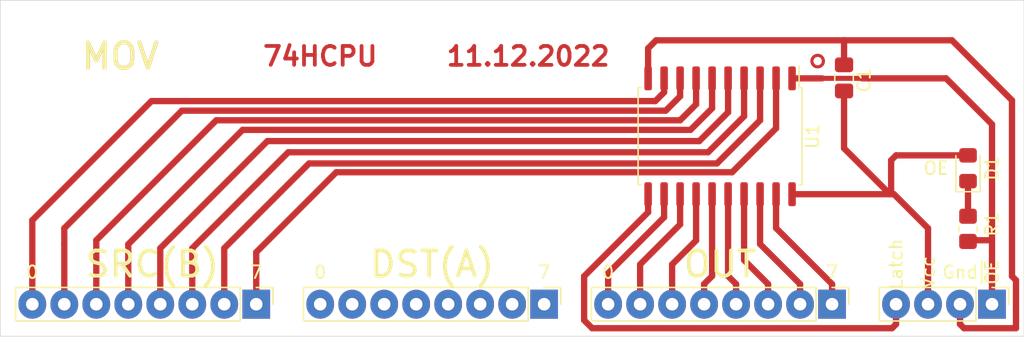
<source format=kicad_pcb>
(kicad_pcb (version 20171130) (host pcbnew "(5.1.8)-1")

  (general
    (thickness 1.6)
    (drawings 23)
    (tracks 106)
    (zones 0)
    (modules 8)
    (nets 30)
  )

  (page A4 portrait)
  (layers
    (0 F.Cu signal)
    (31 B.Cu signal)
    (32 B.Adhes user)
    (33 F.Adhes user)
    (34 B.Paste user)
    (35 F.Paste user)
    (36 B.SilkS user)
    (37 F.SilkS user)
    (38 B.Mask user)
    (39 F.Mask user)
    (40 Dwgs.User user)
    (41 Cmts.User user)
    (42 Eco1.User user)
    (43 Eco2.User user)
    (44 Edge.Cuts user)
    (45 Margin user)
    (46 B.CrtYd user)
    (47 F.CrtYd user)
    (48 B.Fab user)
    (49 F.Fab user)
  )

  (setup
    (last_trace_width 0.4)
    (user_trace_width 0.4)
    (user_trace_width 0.5)
    (user_trace_width 0.6)
    (user_trace_width 0.8)
    (trace_clearance 0.2)
    (zone_clearance 0.508)
    (zone_45_only no)
    (trace_min 0.2)
    (via_size 1.5)
    (via_drill 0.5)
    (via_min_size 0.4)
    (via_min_drill 0.3)
    (user_via 1.6 0.9)
    (uvia_size 0.3)
    (uvia_drill 0.1)
    (uvias_allowed no)
    (uvia_min_size 0.2)
    (uvia_min_drill 0.1)
    (edge_width 0.05)
    (segment_width 0.2)
    (pcb_text_width 0.3)
    (pcb_text_size 1.5 1.5)
    (mod_edge_width 0.12)
    (mod_text_size 1 1)
    (mod_text_width 0.15)
    (pad_size 1.6 1.6)
    (pad_drill 0.8)
    (pad_to_mask_clearance 0)
    (aux_axis_origin 60.96 40.005)
    (visible_elements 7FFFFFFF)
    (pcbplotparams
      (layerselection 0x010f0_ffffffff)
      (usegerberextensions false)
      (usegerberattributes false)
      (usegerberadvancedattributes false)
      (creategerberjobfile false)
      (excludeedgelayer true)
      (linewidth 0.100000)
      (plotframeref false)
      (viasonmask false)
      (mode 1)
      (useauxorigin true)
      (hpglpennumber 1)
      (hpglpenspeed 20)
      (hpglpendiameter 15.000000)
      (psnegative false)
      (psa4output false)
      (plotreference true)
      (plotvalue true)
      (plotinvisibletext false)
      (padsonsilk false)
      (subtractmaskfromsilk false)
      (outputformat 1)
      (mirror false)
      (drillshape 0)
      (scaleselection 1)
      (outputdirectory "gerber/"))
  )

  (net 0 "")
  (net 1 "Net-(J1-Pad7)")
  (net 2 "Net-(J1-Pad6)")
  (net 3 "Net-(J1-Pad5)")
  (net 4 "Net-(J1-Pad4)")
  (net 5 "Net-(J1-Pad3)")
  (net 6 "Net-(J1-Pad2)")
  (net 7 "Net-(J2-Pad7)")
  (net 8 "Net-(J2-Pad6)")
  (net 9 "Net-(J2-Pad5)")
  (net 10 "Net-(J2-Pad4)")
  (net 11 "Net-(J2-Pad3)")
  (net 12 "Net-(J2-Pad2)")
  (net 13 "Net-(J3-Pad7)")
  (net 14 "Net-(J3-Pad6)")
  (net 15 "Net-(J3-Pad5)")
  (net 16 "Net-(J3-Pad4)")
  (net 17 "Net-(J3-Pad3)")
  (net 18 "Net-(J3-Pad2)")
  (net 19 VCC)
  (net 20 GND)
  (net 21 /A0)
  (net 22 /A7)
  (net 23 /B0)
  (net 24 /B7)
  (net 25 /OUT0)
  (net 26 /OUT7)
  (net 27 /Latch)
  (net 28 /~OE)
  (net 29 "Net-(D1-Pad1)")

  (net_class Default "This is the default net class."
    (clearance 0.2)
    (trace_width 0.4)
    (via_dia 1.5)
    (via_drill 0.5)
    (uvia_dia 0.3)
    (uvia_drill 0.1)
    (add_net /A0)
    (add_net /A7)
    (add_net /B0)
    (add_net /B7)
    (add_net /Latch)
    (add_net /OUT0)
    (add_net /OUT7)
    (add_net /~OE)
    (add_net GND)
    (add_net "Net-(D1-Pad1)")
    (add_net "Net-(J1-Pad2)")
    (add_net "Net-(J1-Pad3)")
    (add_net "Net-(J1-Pad4)")
    (add_net "Net-(J1-Pad5)")
    (add_net "Net-(J1-Pad6)")
    (add_net "Net-(J1-Pad7)")
    (add_net "Net-(J2-Pad2)")
    (add_net "Net-(J2-Pad3)")
    (add_net "Net-(J2-Pad4)")
    (add_net "Net-(J2-Pad5)")
    (add_net "Net-(J2-Pad6)")
    (add_net "Net-(J2-Pad7)")
    (add_net "Net-(J3-Pad2)")
    (add_net "Net-(J3-Pad3)")
    (add_net "Net-(J3-Pad4)")
    (add_net "Net-(J3-Pad5)")
    (add_net "Net-(J3-Pad6)")
    (add_net "Net-(J3-Pad7)")
    (add_net VCC)
  )

  (module Connector_PinHeader_2.54mm:PinHeader_1x04_P2.54mm_Vertical (layer F.Cu) (tedit 59FED5CC) (tstamp 5F500AA8)
    (at 139.7 64.135 270)
    (descr "Through hole straight pin header, 1x04, 2.54mm pitch, single row")
    (tags "Through hole pin header THT 1x04 2.54mm single row")
    (path /5F50268E)
    (fp_text reference J4 (at -1.905 -1.905 90) (layer F.SilkS) hide
      (effects (font (size 1 1) (thickness 0.15)))
    )
    (fp_text value Conn_01x04_Male (at 1.905 5.08 180) (layer F.Fab)
      (effects (font (size 1 1) (thickness 0.15)))
    )
    (fp_line (start 1.8 -1.8) (end -1.8 -1.8) (layer F.CrtYd) (width 0.05))
    (fp_line (start 1.8 9.4) (end 1.8 -1.8) (layer F.CrtYd) (width 0.05))
    (fp_line (start -1.8 9.4) (end 1.8 9.4) (layer F.CrtYd) (width 0.05))
    (fp_line (start -1.8 -1.8) (end -1.8 9.4) (layer F.CrtYd) (width 0.05))
    (fp_line (start -1.33 -1.33) (end 0 -1.33) (layer F.SilkS) (width 0.12))
    (fp_line (start -1.33 0) (end -1.33 -1.33) (layer F.SilkS) (width 0.12))
    (fp_line (start -1.33 1.27) (end 1.33 1.27) (layer F.SilkS) (width 0.12))
    (fp_line (start 1.33 1.27) (end 1.33 8.95) (layer F.SilkS) (width 0.12))
    (fp_line (start -1.33 1.27) (end -1.33 8.95) (layer F.SilkS) (width 0.12))
    (fp_line (start -1.33 8.95) (end 1.33 8.95) (layer F.SilkS) (width 0.12))
    (fp_line (start -1.27 -0.635) (end -0.635 -1.27) (layer F.Fab) (width 0.1))
    (fp_line (start -1.27 8.89) (end -1.27 -0.635) (layer F.Fab) (width 0.1))
    (fp_line (start 1.27 8.89) (end -1.27 8.89) (layer F.Fab) (width 0.1))
    (fp_line (start 1.27 -1.27) (end 1.27 8.89) (layer F.Fab) (width 0.1))
    (fp_line (start -0.635 -1.27) (end 1.27 -1.27) (layer F.Fab) (width 0.1))
    (fp_text user %R (at 0 3.81) (layer F.Fab)
      (effects (font (size 1 1) (thickness 0.15)))
    )
    (pad 4 thru_hole oval (at 0 7.62 270) (size 2.3 2.2) (drill 1) (layers *.Cu *.Mask)
      (net 27 /Latch))
    (pad 3 thru_hole oval (at 0 5.08 270) (size 2.3 2.2) (drill 1) (layers *.Cu *.Mask)
      (net 19 VCC))
    (pad 2 thru_hole oval (at 0 2.54 270) (size 2.3 2.2) (drill 1) (layers *.Cu *.Mask)
      (net 20 GND))
    (pad 1 thru_hole rect (at 0 0 270) (size 2.3 2.2) (drill 1) (layers *.Cu *.Mask)
      (net 28 /~OE))
    (model ${KISYS3DMOD}/Connector_PinHeader_2.54mm.3dshapes/PinHeader_1x04_P2.54mm_Vertical.wrl
      (at (xyz 0 0 0))
      (scale (xyz 1 1 1))
      (rotate (xyz 0 0 0))
    )
  )

  (module Connector_PinHeader_2.54mm:PinHeader_1x08_P2.54mm_Vertical (layer F.Cu) (tedit 59FED5CC) (tstamp 5F500A5B)
    (at 127 64.135 270)
    (descr "Through hole straight pin header, 1x08, 2.54mm pitch, single row")
    (tags "Through hole pin header THT 1x08 2.54mm single row")
    (path /5F502016)
    (fp_text reference J3 (at 0 -2.33 90) (layer F.SilkS) hide
      (effects (font (size 1 1) (thickness 0.15)))
    )
    (fp_text value Conn_01x08_Male (at 1.905 8.89 180) (layer F.Fab)
      (effects (font (size 1 1) (thickness 0.15)))
    )
    (fp_line (start 1.8 -1.8) (end -1.8 -1.8) (layer F.CrtYd) (width 0.05))
    (fp_line (start 1.8 19.55) (end 1.8 -1.8) (layer F.CrtYd) (width 0.05))
    (fp_line (start -1.8 19.55) (end 1.8 19.55) (layer F.CrtYd) (width 0.05))
    (fp_line (start -1.8 -1.8) (end -1.8 19.55) (layer F.CrtYd) (width 0.05))
    (fp_line (start -1.33 -1.33) (end 0 -1.33) (layer F.SilkS) (width 0.12))
    (fp_line (start -1.33 0) (end -1.33 -1.33) (layer F.SilkS) (width 0.12))
    (fp_line (start -1.33 1.27) (end 1.33 1.27) (layer F.SilkS) (width 0.12))
    (fp_line (start 1.33 1.27) (end 1.33 19.11) (layer F.SilkS) (width 0.12))
    (fp_line (start -1.33 1.27) (end -1.33 19.11) (layer F.SilkS) (width 0.12))
    (fp_line (start -1.33 19.11) (end 1.33 19.11) (layer F.SilkS) (width 0.12))
    (fp_line (start -1.27 -0.635) (end -0.635 -1.27) (layer F.Fab) (width 0.1))
    (fp_line (start -1.27 19.05) (end -1.27 -0.635) (layer F.Fab) (width 0.1))
    (fp_line (start 1.27 19.05) (end -1.27 19.05) (layer F.Fab) (width 0.1))
    (fp_line (start 1.27 -1.27) (end 1.27 19.05) (layer F.Fab) (width 0.1))
    (fp_line (start -0.635 -1.27) (end 1.27 -1.27) (layer F.Fab) (width 0.1))
    (fp_text user %R (at 0 8.89) (layer F.Fab)
      (effects (font (size 1 1) (thickness 0.15)))
    )
    (pad 8 thru_hole oval (at 0 17.78 270) (size 2.3 2.2) (drill 1) (layers *.Cu *.Mask)
      (net 25 /OUT0))
    (pad 7 thru_hole oval (at 0 15.24 270) (size 2.3 2.2) (drill 1) (layers *.Cu *.Mask)
      (net 13 "Net-(J3-Pad7)"))
    (pad 6 thru_hole oval (at 0 12.7 270) (size 2.3 2.2) (drill 1) (layers *.Cu *.Mask)
      (net 14 "Net-(J3-Pad6)"))
    (pad 5 thru_hole oval (at 0 10.16 270) (size 2.3 2.2) (drill 1) (layers *.Cu *.Mask)
      (net 15 "Net-(J3-Pad5)"))
    (pad 4 thru_hole oval (at 0 7.62 270) (size 2.3 2.2) (drill 1) (layers *.Cu *.Mask)
      (net 16 "Net-(J3-Pad4)"))
    (pad 3 thru_hole oval (at 0 5.08 270) (size 2.3 2.2) (drill 1) (layers *.Cu *.Mask)
      (net 17 "Net-(J3-Pad3)"))
    (pad 2 thru_hole oval (at 0 2.54 270) (size 2.3 2.2) (drill 1) (layers *.Cu *.Mask)
      (net 18 "Net-(J3-Pad2)"))
    (pad 1 thru_hole rect (at 0 0 270) (size 2.3 2.2) (drill 1) (layers *.Cu *.Mask)
      (net 26 /OUT7))
    (model ${KISYS3DMOD}/Connector_PinHeader_2.54mm.3dshapes/PinHeader_1x08_P2.54mm_Vertical.wrl
      (at (xyz 0 0 0))
      (scale (xyz 1 1 1))
      (rotate (xyz 0 0 0))
    )
  )

  (module Connector_PinHeader_2.54mm:PinHeader_1x08_P2.54mm_Vertical (layer F.Cu) (tedit 59FED5CC) (tstamp 5F5009DA)
    (at 104.14 64.135 270)
    (descr "Through hole straight pin header, 1x08, 2.54mm pitch, single row")
    (tags "Through hole pin header THT 1x08 2.54mm single row")
    (path /5F5016B1)
    (fp_text reference J2 (at 0 -2.33 90) (layer F.SilkS) hide
      (effects (font (size 1 1) (thickness 0.15)))
    )
    (fp_text value Conn_01x08_Male (at 1.905 8.89 180) (layer F.Fab)
      (effects (font (size 1 1) (thickness 0.15)))
    )
    (fp_line (start 1.8 -1.8) (end -1.8 -1.8) (layer F.CrtYd) (width 0.05))
    (fp_line (start 1.8 19.55) (end 1.8 -1.8) (layer F.CrtYd) (width 0.05))
    (fp_line (start -1.8 19.55) (end 1.8 19.55) (layer F.CrtYd) (width 0.05))
    (fp_line (start -1.8 -1.8) (end -1.8 19.55) (layer F.CrtYd) (width 0.05))
    (fp_line (start -1.33 -1.33) (end 0 -1.33) (layer F.SilkS) (width 0.12))
    (fp_line (start -1.33 0) (end -1.33 -1.33) (layer F.SilkS) (width 0.12))
    (fp_line (start -1.33 1.27) (end 1.33 1.27) (layer F.SilkS) (width 0.12))
    (fp_line (start 1.33 1.27) (end 1.33 19.11) (layer F.SilkS) (width 0.12))
    (fp_line (start -1.33 1.27) (end -1.33 19.11) (layer F.SilkS) (width 0.12))
    (fp_line (start -1.33 19.11) (end 1.33 19.11) (layer F.SilkS) (width 0.12))
    (fp_line (start -1.27 -0.635) (end -0.635 -1.27) (layer F.Fab) (width 0.1))
    (fp_line (start -1.27 19.05) (end -1.27 -0.635) (layer F.Fab) (width 0.1))
    (fp_line (start 1.27 19.05) (end -1.27 19.05) (layer F.Fab) (width 0.1))
    (fp_line (start 1.27 -1.27) (end 1.27 19.05) (layer F.Fab) (width 0.1))
    (fp_line (start -0.635 -1.27) (end 1.27 -1.27) (layer F.Fab) (width 0.1))
    (fp_text user %R (at 0 8.89) (layer F.Fab)
      (effects (font (size 1 1) (thickness 0.15)))
    )
    (pad 8 thru_hole oval (at 0 17.78 270) (size 2.3 2.2) (drill 1) (layers *.Cu *.Mask)
      (net 21 /A0))
    (pad 7 thru_hole oval (at 0 15.24 270) (size 2.3 2.2) (drill 1) (layers *.Cu *.Mask)
      (net 7 "Net-(J2-Pad7)"))
    (pad 6 thru_hole oval (at 0 12.7 270) (size 2.3 2.2) (drill 1) (layers *.Cu *.Mask)
      (net 8 "Net-(J2-Pad6)"))
    (pad 5 thru_hole oval (at 0 10.16 270) (size 2.3 2.2) (drill 1) (layers *.Cu *.Mask)
      (net 9 "Net-(J2-Pad5)"))
    (pad 4 thru_hole oval (at 0 7.62 270) (size 2.3 2.2) (drill 1) (layers *.Cu *.Mask)
      (net 10 "Net-(J2-Pad4)"))
    (pad 3 thru_hole oval (at 0 5.08 270) (size 2.3 2.2) (drill 1) (layers *.Cu *.Mask)
      (net 11 "Net-(J2-Pad3)"))
    (pad 2 thru_hole oval (at 0 2.54 270) (size 2.3 2.2) (drill 1) (layers *.Cu *.Mask)
      (net 12 "Net-(J2-Pad2)"))
    (pad 1 thru_hole rect (at 0 0 270) (size 2.3 2.2) (drill 1) (layers *.Cu *.Mask)
      (net 22 /A7))
    (model ${KISYS3DMOD}/Connector_PinHeader_2.54mm.3dshapes/PinHeader_1x08_P2.54mm_Vertical.wrl
      (at (xyz 0 0 0))
      (scale (xyz 1 1 1))
      (rotate (xyz 0 0 0))
    )
  )

  (module Connector_PinHeader_2.54mm:PinHeader_1x08_P2.54mm_Vertical (layer F.Cu) (tedit 59FED5CC) (tstamp 5F500959)
    (at 81.28 64.135 270)
    (descr "Through hole straight pin header, 1x08, 2.54mm pitch, single row")
    (tags "Through hole pin header THT 1x08 2.54mm single row")
    (path /5F5004CF)
    (fp_text reference J1 (at 0 -2.33 90) (layer F.SilkS) hide
      (effects (font (size 1 1) (thickness 0.15)))
    )
    (fp_text value Conn_01x08_Male (at 1.905 8.89 180) (layer F.Fab)
      (effects (font (size 1 1) (thickness 0.15)))
    )
    (fp_line (start 1.8 -1.8) (end -1.8 -1.8) (layer F.CrtYd) (width 0.05))
    (fp_line (start 1.8 19.55) (end 1.8 -1.8) (layer F.CrtYd) (width 0.05))
    (fp_line (start -1.8 19.55) (end 1.8 19.55) (layer F.CrtYd) (width 0.05))
    (fp_line (start -1.8 -1.8) (end -1.8 19.55) (layer F.CrtYd) (width 0.05))
    (fp_line (start -1.33 -1.33) (end 0 -1.33) (layer F.SilkS) (width 0.12))
    (fp_line (start -1.33 0) (end -1.33 -1.33) (layer F.SilkS) (width 0.12))
    (fp_line (start -1.33 1.27) (end 1.33 1.27) (layer F.SilkS) (width 0.12))
    (fp_line (start 1.33 1.27) (end 1.33 19.11) (layer F.SilkS) (width 0.12))
    (fp_line (start -1.33 1.27) (end -1.33 19.11) (layer F.SilkS) (width 0.12))
    (fp_line (start -1.33 19.11) (end 1.33 19.11) (layer F.SilkS) (width 0.12))
    (fp_line (start -1.27 -0.635) (end -0.635 -1.27) (layer F.Fab) (width 0.1))
    (fp_line (start -1.27 19.05) (end -1.27 -0.635) (layer F.Fab) (width 0.1))
    (fp_line (start 1.27 19.05) (end -1.27 19.05) (layer F.Fab) (width 0.1))
    (fp_line (start 1.27 -1.27) (end 1.27 19.05) (layer F.Fab) (width 0.1))
    (fp_line (start -0.635 -1.27) (end 1.27 -1.27) (layer F.Fab) (width 0.1))
    (fp_text user %R (at 0 8.89) (layer F.Fab)
      (effects (font (size 1 1) (thickness 0.15)))
    )
    (pad 8 thru_hole oval (at 0 17.78 270) (size 2.3 2.2) (drill 1) (layers *.Cu *.Mask)
      (net 23 /B0))
    (pad 7 thru_hole oval (at 0 15.24 270) (size 2.3 2.2) (drill 1) (layers *.Cu *.Mask)
      (net 1 "Net-(J1-Pad7)"))
    (pad 6 thru_hole oval (at 0 12.7 270) (size 2.3 2.2) (drill 1) (layers *.Cu *.Mask)
      (net 2 "Net-(J1-Pad6)"))
    (pad 5 thru_hole oval (at 0 10.16 270) (size 2.3 2.2) (drill 1) (layers *.Cu *.Mask)
      (net 3 "Net-(J1-Pad5)"))
    (pad 4 thru_hole oval (at 0 7.62 270) (size 2.3 2.2) (drill 1) (layers *.Cu *.Mask)
      (net 4 "Net-(J1-Pad4)"))
    (pad 3 thru_hole oval (at 0 5.08 270) (size 2.3 2.2) (drill 1) (layers *.Cu *.Mask)
      (net 5 "Net-(J1-Pad3)"))
    (pad 2 thru_hole oval (at 0 2.54 270) (size 2.3 2.2) (drill 1) (layers *.Cu *.Mask)
      (net 6 "Net-(J1-Pad2)"))
    (pad 1 thru_hole rect (at 0 0 270) (size 2.3 2.2) (drill 1) (layers *.Cu *.Mask)
      (net 24 /B7))
    (model ${KISYS3DMOD}/Connector_PinHeader_2.54mm.3dshapes/PinHeader_1x08_P2.54mm_Vertical.wrl
      (at (xyz 0 0 0))
      (scale (xyz 1 1 1))
      (rotate (xyz 0 0 0))
    )
  )

  (module Package_SO:SOP-20_7.5x12.8mm_P1.27mm (layer F.Cu) (tedit 5F4D0A3D) (tstamp 62BBAC33)
    (at 118.11 50.8 270)
    (descr "SOP, 20 Pin (https://www.holtek.com/documents/10179/116723/sop20-300.pdf), generated with kicad-footprint-generator ipc_gullwing_generator.py")
    (tags "SOP SO")
    (path /5F510F59)
    (attr smd)
    (fp_text reference U1 (at 0 -7.35 90) (layer F.SilkS)
      (effects (font (size 1 1) (thickness 0.15)))
    )
    (fp_text value 74LS573 (at 0 7.35 90) (layer F.Fab)
      (effects (font (size 1 1) (thickness 0.15)))
    )
    (fp_line (start 0 6.51) (end 3.86 6.51) (layer F.SilkS) (width 0.12))
    (fp_line (start 3.86 6.51) (end 3.86 6.275) (layer F.SilkS) (width 0.12))
    (fp_line (start 0 6.51) (end -3.86 6.51) (layer F.SilkS) (width 0.12))
    (fp_line (start -3.86 6.51) (end -3.86 6.275) (layer F.SilkS) (width 0.12))
    (fp_line (start 0 -6.51) (end 3.86 -6.51) (layer F.SilkS) (width 0.12))
    (fp_line (start 3.86 -6.51) (end 3.86 -6.275) (layer F.SilkS) (width 0.12))
    (fp_line (start 0 -6.51) (end -3.86 -6.51) (layer F.SilkS) (width 0.12))
    (fp_line (start -3.86 -6.51) (end -3.86 -6.275) (layer F.SilkS) (width 0.12))
    (fp_line (start -3.86 -6.275) (end -5.55 -6.275) (layer F.SilkS) (width 0.12))
    (fp_line (start -2.75 -6.4) (end 3.75 -6.4) (layer F.Fab) (width 0.1))
    (fp_line (start 3.75 -6.4) (end 3.75 6.4) (layer F.Fab) (width 0.1))
    (fp_line (start 3.75 6.4) (end -3.75 6.4) (layer F.Fab) (width 0.1))
    (fp_line (start -3.75 6.4) (end -3.75 -5.4) (layer F.Fab) (width 0.1))
    (fp_line (start -3.75 -5.4) (end -2.75 -6.4) (layer F.Fab) (width 0.1))
    (fp_line (start -5.8 -6.65) (end -5.8 6.65) (layer F.CrtYd) (width 0.05))
    (fp_line (start -5.8 6.65) (end 5.8 6.65) (layer F.CrtYd) (width 0.05))
    (fp_line (start 5.8 6.65) (end 5.8 -6.65) (layer F.CrtYd) (width 0.05))
    (fp_line (start 5.8 -6.65) (end -5.8 -6.65) (layer F.CrtYd) (width 0.05))
    (fp_text user %R (at 0 0 90) (layer F.Fab)
      (effects (font (size 1 1) (thickness 0.15)))
    )
    (pad 1 smd roundrect (at -4.6 -5.715 270) (size 1.9 0.6) (layers F.Cu F.Paste F.Mask) (roundrect_rratio 0.25)
      (net 28 /~OE))
    (pad 2 smd roundrect (at -4.6 -4.445 270) (size 1.9 0.6) (layers F.Cu F.Paste F.Mask) (roundrect_rratio 0.25)
      (net 24 /B7))
    (pad 3 smd roundrect (at -4.6 -3.175 270) (size 1.9 0.6) (layers F.Cu F.Paste F.Mask) (roundrect_rratio 0.25)
      (net 6 "Net-(J1-Pad2)"))
    (pad 4 smd roundrect (at -4.6 -1.905 270) (size 1.9 0.6) (layers F.Cu F.Paste F.Mask) (roundrect_rratio 0.25)
      (net 5 "Net-(J1-Pad3)"))
    (pad 5 smd roundrect (at -4.6 -0.635 270) (size 1.9 0.6) (layers F.Cu F.Paste F.Mask) (roundrect_rratio 0.25)
      (net 4 "Net-(J1-Pad4)"))
    (pad 6 smd roundrect (at -4.6 0.635 270) (size 1.9 0.6) (layers F.Cu F.Paste F.Mask) (roundrect_rratio 0.25)
      (net 3 "Net-(J1-Pad5)"))
    (pad 7 smd roundrect (at -4.6 1.905 270) (size 1.9 0.6) (layers F.Cu F.Paste F.Mask) (roundrect_rratio 0.25)
      (net 2 "Net-(J1-Pad6)"))
    (pad 8 smd roundrect (at -4.6 3.175 270) (size 1.9 0.6) (layers F.Cu F.Paste F.Mask) (roundrect_rratio 0.25)
      (net 1 "Net-(J1-Pad7)"))
    (pad 9 smd roundrect (at -4.6 4.445 270) (size 1.9 0.6) (layers F.Cu F.Paste F.Mask) (roundrect_rratio 0.25)
      (net 23 /B0))
    (pad 10 smd roundrect (at -4.6 5.715 270) (size 1.9 0.6) (layers F.Cu F.Paste F.Mask) (roundrect_rratio 0.25)
      (net 20 GND))
    (pad 11 smd roundrect (at 4.6 5.715 270) (size 1.9 0.6) (layers F.Cu F.Paste F.Mask) (roundrect_rratio 0.25)
      (net 27 /Latch))
    (pad 12 smd roundrect (at 4.6 4.445 270) (size 1.9 0.6) (layers F.Cu F.Paste F.Mask) (roundrect_rratio 0.25)
      (net 25 /OUT0))
    (pad 13 smd roundrect (at 4.6 3.175 270) (size 1.9 0.6) (layers F.Cu F.Paste F.Mask) (roundrect_rratio 0.25)
      (net 13 "Net-(J3-Pad7)"))
    (pad 14 smd roundrect (at 4.6 1.905 270) (size 1.9 0.6) (layers F.Cu F.Paste F.Mask) (roundrect_rratio 0.25)
      (net 14 "Net-(J3-Pad6)"))
    (pad 15 smd roundrect (at 4.6 0.635 270) (size 1.9 0.6) (layers F.Cu F.Paste F.Mask) (roundrect_rratio 0.25)
      (net 15 "Net-(J3-Pad5)"))
    (pad 16 smd roundrect (at 4.6 -0.635 270) (size 1.9 0.6) (layers F.Cu F.Paste F.Mask) (roundrect_rratio 0.25)
      (net 16 "Net-(J3-Pad4)"))
    (pad 17 smd roundrect (at 4.6 -1.905 270) (size 1.9 0.6) (layers F.Cu F.Paste F.Mask) (roundrect_rratio 0.25)
      (net 17 "Net-(J3-Pad3)"))
    (pad 18 smd roundrect (at 4.6 -3.175 270) (size 1.9 0.6) (layers F.Cu F.Paste F.Mask) (roundrect_rratio 0.25)
      (net 18 "Net-(J3-Pad2)"))
    (pad 19 smd roundrect (at 4.6 -4.445 270) (size 1.9 0.6) (layers F.Cu F.Paste F.Mask) (roundrect_rratio 0.25)
      (net 26 /OUT7))
    (pad 20 smd roundrect (at 4.6 -5.715 270) (size 1.9 0.6) (layers F.Cu F.Paste F.Mask) (roundrect_rratio 0.25)
      (net 19 VCC))
    (model ${KISYS3DMOD}/Package_SO.3dshapes/SOP-20_7.5x12.8mm_P1.27mm.wrl
      (at (xyz 0 0 0))
      (scale (xyz 1 1 1))
      (rotate (xyz 0 0 0))
    )
  )

  (module Capacitor_SMD:C_0805_2012Metric_Pad1.18x1.45mm_HandSolder (layer F.Cu) (tedit 5F68FEEF) (tstamp 62BBDD98)
    (at 127.9525 46.1645 90)
    (descr "Capacitor SMD 0805 (2012 Metric), square (rectangular) end terminal, IPC_7351 nominal with elongated pad for handsoldering. (Body size source: IPC-SM-782 page 76, https://www.pcb-3d.com/wordpress/wp-content/uploads/ipc-sm-782a_amendment_1_and_2.pdf, https://docs.google.com/spreadsheets/d/1BsfQQcO9C6DZCsRaXUlFlo91Tg2WpOkGARC1WS5S8t0/edit?usp=sharing), generated with kicad-footprint-generator")
    (tags "capacitor handsolder")
    (path /5F50C05B)
    (attr smd)
    (fp_text reference C1 (at -0.1905 1.5875 90) (layer F.SilkS)
      (effects (font (size 1 1) (thickness 0.15)))
    )
    (fp_text value 0.1uF (at 0 1.68 90) (layer F.Fab)
      (effects (font (size 1 1) (thickness 0.15)))
    )
    (fp_line (start 1.88 0.98) (end -1.88 0.98) (layer F.CrtYd) (width 0.05))
    (fp_line (start 1.88 -0.98) (end 1.88 0.98) (layer F.CrtYd) (width 0.05))
    (fp_line (start -1.88 -0.98) (end 1.88 -0.98) (layer F.CrtYd) (width 0.05))
    (fp_line (start -1.88 0.98) (end -1.88 -0.98) (layer F.CrtYd) (width 0.05))
    (fp_line (start -0.261252 0.735) (end 0.261252 0.735) (layer F.SilkS) (width 0.12))
    (fp_line (start -0.261252 -0.735) (end 0.261252 -0.735) (layer F.SilkS) (width 0.12))
    (fp_line (start 1 0.625) (end -1 0.625) (layer F.Fab) (width 0.1))
    (fp_line (start 1 -0.625) (end 1 0.625) (layer F.Fab) (width 0.1))
    (fp_line (start -1 -0.625) (end 1 -0.625) (layer F.Fab) (width 0.1))
    (fp_line (start -1 0.625) (end -1 -0.625) (layer F.Fab) (width 0.1))
    (fp_text user %R (at 0 0 90) (layer F.Fab)
      (effects (font (size 0.5 0.5) (thickness 0.08)))
    )
    (pad 1 smd roundrect (at -1.0375 0 90) (size 1.175 1.45) (layers F.Cu F.Paste F.Mask) (roundrect_rratio 0.2127659574468085)
      (net 19 VCC))
    (pad 2 smd roundrect (at 1.0375 0 90) (size 1.175 1.45) (layers F.Cu F.Paste F.Mask) (roundrect_rratio 0.2127659574468085)
      (net 20 GND))
    (model ${KISYS3DMOD}/Capacitor_SMD.3dshapes/C_0805_2012Metric.wrl
      (at (xyz 0 0 0))
      (scale (xyz 1 1 1))
      (rotate (xyz 0 0 0))
    )
  )

  (module LED_SMD:LED_0805_2012Metric_Pad1.15x1.40mm_HandSolder (layer F.Cu) (tedit 5F68FEF1) (tstamp 6342C3B5)
    (at 137.795 53.34 90)
    (descr "LED SMD 0805 (2012 Metric), square (rectangular) end terminal, IPC_7351 nominal, (Body size source: https://docs.google.com/spreadsheets/d/1BsfQQcO9C6DZCsRaXUlFlo91Tg2WpOkGARC1WS5S8t0/edit?usp=sharing), generated with kicad-footprint-generator")
    (tags "LED handsolder")
    (path /63459271)
    (attr smd)
    (fp_text reference D1 (at 0 1.905 90) (layer F.SilkS)
      (effects (font (size 1 1) (thickness 0.15)))
    )
    (fp_text value LED (at 0 1.65 90) (layer F.Fab)
      (effects (font (size 1 1) (thickness 0.15)))
    )
    (fp_line (start 1.85 0.95) (end -1.85 0.95) (layer F.CrtYd) (width 0.05))
    (fp_line (start 1.85 -0.95) (end 1.85 0.95) (layer F.CrtYd) (width 0.05))
    (fp_line (start -1.85 -0.95) (end 1.85 -0.95) (layer F.CrtYd) (width 0.05))
    (fp_line (start -1.85 0.95) (end -1.85 -0.95) (layer F.CrtYd) (width 0.05))
    (fp_line (start -1.86 0.96) (end 1 0.96) (layer F.SilkS) (width 0.12))
    (fp_line (start -1.86 -0.96) (end -1.86 0.96) (layer F.SilkS) (width 0.12))
    (fp_line (start 1 -0.96) (end -1.86 -0.96) (layer F.SilkS) (width 0.12))
    (fp_line (start 1 0.6) (end 1 -0.6) (layer F.Fab) (width 0.1))
    (fp_line (start -1 0.6) (end 1 0.6) (layer F.Fab) (width 0.1))
    (fp_line (start -1 -0.3) (end -1 0.6) (layer F.Fab) (width 0.1))
    (fp_line (start -0.7 -0.6) (end -1 -0.3) (layer F.Fab) (width 0.1))
    (fp_line (start 1 -0.6) (end -0.7 -0.6) (layer F.Fab) (width 0.1))
    (fp_text user %R (at 0 0 90) (layer F.Fab)
      (effects (font (size 0.5 0.5) (thickness 0.08)))
    )
    (pad 1 smd roundrect (at -1.025 0 90) (size 1.15 1.4) (layers F.Cu F.Paste F.Mask) (roundrect_rratio 0.2173904347826087)
      (net 29 "Net-(D1-Pad1)"))
    (pad 2 smd roundrect (at 1.025 0 90) (size 1.15 1.4) (layers F.Cu F.Paste F.Mask) (roundrect_rratio 0.2173904347826087)
      (net 19 VCC))
    (model ${KISYS3DMOD}/LED_SMD.3dshapes/LED_0805_2012Metric.wrl
      (at (xyz 0 0 0))
      (scale (xyz 1 1 1))
      (rotate (xyz 0 0 0))
    )
  )

  (module Resistor_SMD:R_0805_2012Metric_Pad1.20x1.40mm_HandSolder (layer F.Cu) (tedit 5F68FEEE) (tstamp 6342C3C6)
    (at 137.795 58.15 270)
    (descr "Resistor SMD 0805 (2012 Metric), square (rectangular) end terminal, IPC_7351 nominal with elongated pad for handsoldering. (Body size source: IPC-SM-782 page 72, https://www.pcb-3d.com/wordpress/wp-content/uploads/ipc-sm-782a_amendment_1_and_2.pdf), generated with kicad-footprint-generator")
    (tags "resistor handsolder")
    (path /63459C8B)
    (attr smd)
    (fp_text reference R1 (at -0.365 -1.905 90) (layer F.SilkS)
      (effects (font (size 1 1) (thickness 0.15)))
    )
    (fp_text value 1k (at 0 1.65 90) (layer F.Fab)
      (effects (font (size 1 1) (thickness 0.15)))
    )
    (fp_line (start 1.85 0.95) (end -1.85 0.95) (layer F.CrtYd) (width 0.05))
    (fp_line (start 1.85 -0.95) (end 1.85 0.95) (layer F.CrtYd) (width 0.05))
    (fp_line (start -1.85 -0.95) (end 1.85 -0.95) (layer F.CrtYd) (width 0.05))
    (fp_line (start -1.85 0.95) (end -1.85 -0.95) (layer F.CrtYd) (width 0.05))
    (fp_line (start -0.227064 0.735) (end 0.227064 0.735) (layer F.SilkS) (width 0.12))
    (fp_line (start -0.227064 -0.735) (end 0.227064 -0.735) (layer F.SilkS) (width 0.12))
    (fp_line (start 1 0.625) (end -1 0.625) (layer F.Fab) (width 0.1))
    (fp_line (start 1 -0.625) (end 1 0.625) (layer F.Fab) (width 0.1))
    (fp_line (start -1 -0.625) (end 1 -0.625) (layer F.Fab) (width 0.1))
    (fp_line (start -1 0.625) (end -1 -0.625) (layer F.Fab) (width 0.1))
    (fp_text user %R (at 0 0 90) (layer F.Fab)
      (effects (font (size 0.5 0.5) (thickness 0.08)))
    )
    (pad 1 smd roundrect (at -1 0 270) (size 1.2 1.4) (layers F.Cu F.Paste F.Mask) (roundrect_rratio 0.2083325)
      (net 29 "Net-(D1-Pad1)"))
    (pad 2 smd roundrect (at 1 0 270) (size 1.2 1.4) (layers F.Cu F.Paste F.Mask) (roundrect_rratio 0.2083325)
      (net 28 /~OE))
    (model ${KISYS3DMOD}/Resistor_SMD.3dshapes/R_0805_2012Metric.wrl
      (at (xyz 0 0 0))
      (scale (xyz 1 1 1))
      (rotate (xyz 0 0 0))
    )
  )

  (gr_text MOV (at 70.485 44.45) (layer F.SilkS) (tstamp 639A3289)
    (effects (font (size 2 2) (thickness 0.3)))
  )
  (gr_text MOV (at 70.485 44.45) (layer F.Cu)
    (effects (font (size 2 2) (thickness 0.3)))
  )
  (gr_text OE (at 135.255 53.34) (layer F.SilkS)
    (effects (font (size 1 1) (thickness 0.15)))
  )
  (gr_text Gnd (at 137.16 61.595) (layer F.SilkS)
    (effects (font (size 1 1) (thickness 0.15)))
  )
  (gr_text Vcc (at 134.62 61.595 90) (layer F.SilkS)
    (effects (font (size 1 1) (thickness 0.15)))
  )
  (gr_text ~OE (at 139.7 61.595 90) (layer F.SilkS)
    (effects (font (size 1 1) (thickness 0.15)))
  )
  (gr_text Latch (at 132.08 60.96 90) (layer F.SilkS)
    (effects (font (size 1 1) (thickness 0.15)))
  )
  (gr_text 7 (at 127 61.595) (layer F.SilkS)
    (effects (font (size 1 1) (thickness 0.15)))
  )
  (gr_text 0 (at 109.22 61.595) (layer F.SilkS)
    (effects (font (size 1 1) (thickness 0.15)))
  )
  (gr_text 7 (at 104.14 61.595) (layer F.SilkS)
    (effects (font (size 1 1) (thickness 0.15)))
  )
  (gr_text 0 (at 86.36 61.595) (layer F.SilkS)
    (effects (font (size 1 1) (thickness 0.15)))
  )
  (gr_text 7 (at 81.28 61.595) (layer F.SilkS)
    (effects (font (size 1 1) (thickness 0.15)))
  )
  (gr_text 0 (at 63.5 61.595) (layer F.SilkS)
    (effects (font (size 1 1) (thickness 0.15)))
  )
  (gr_text OUT (at 118.11 60.96) (layer F.SilkS) (tstamp 6342D1BC)
    (effects (font (size 2 2) (thickness 0.3)))
  )
  (gr_text "SRC(B)" (at 73.025 60.96) (layer F.SilkS) (tstamp 6342D1BC)
    (effects (font (size 2 2) (thickness 0.3)))
  )
  (gr_text "DST(A)" (at 95.25 60.96) (layer F.SilkS)
    (effects (font (size 2 2) (thickness 0.3)))
  )
  (gr_text 11.12.2022 (at 102.87 44.45) (layer F.Cu)
    (effects (font (size 1.5 1.5) (thickness 0.3)))
  )
  (gr_text 74HCPU (at 86.36 44.45) (layer F.Cu)
    (effects (font (size 1.5 1.5) (thickness 0.3)))
  )
  (gr_circle (center 125.857 44.831) (end 126.314905 44.831) (layer F.Cu) (width 0.25))
  (gr_line (start 60.96 40.005) (end 60.96 66.675) (layer Edge.Cuts) (width 0.05) (tstamp 5F5024F4))
  (gr_line (start 142.24 40.005) (end 60.96 40.005) (layer Edge.Cuts) (width 0.05))
  (gr_line (start 142.24 66.675) (end 142.24 40.005) (layer Edge.Cuts) (width 0.05))
  (gr_line (start 60.96 66.675) (end 142.24 66.675) (layer Edge.Cuts) (width 0.05))

  (segment (start 66.04 59.3725) (end 66.04 64.135) (width 0.5) (layer F.Cu) (net 1))
  (segment (start 66.04 58.1025) (end 66.04 59.3725) (width 0.5) (layer F.Cu) (net 1))
  (segment (start 75.3745 48.768) (end 66.04 58.1025) (width 0.5) (layer F.Cu) (net 1))
  (segment (start 113.792 48.768) (end 75.3745 48.768) (width 0.5) (layer F.Cu) (net 1))
  (segment (start 114.935 47.625) (end 113.792 48.768) (width 0.5) (layer F.Cu) (net 1))
  (segment (start 114.935 46.2) (end 114.935 47.625) (width 0.5) (layer F.Cu) (net 1))
  (segment (start 68.58 59.055) (end 68.58 64.135) (width 0.5) (layer F.Cu) (net 2))
  (segment (start 78.105 49.53) (end 68.58 59.055) (width 0.5) (layer F.Cu) (net 2))
  (segment (start 114.935 49.53) (end 78.105 49.53) (width 0.5) (layer F.Cu) (net 2))
  (segment (start 116.205 48.26) (end 114.935 49.53) (width 0.5) (layer F.Cu) (net 2))
  (segment (start 116.205 46.2) (end 116.205 48.26) (width 0.5) (layer F.Cu) (net 2))
  (segment (start 117.475 48.5775) (end 117.475 46.2) (width 0.5) (layer F.Cu) (net 3))
  (segment (start 80.2005 50.292) (end 115.7605 50.292) (width 0.5) (layer F.Cu) (net 3))
  (segment (start 71.12 59.3725) (end 80.2005 50.292) (width 0.5) (layer F.Cu) (net 3))
  (segment (start 115.7605 50.292) (end 117.475 48.5775) (width 0.5) (layer F.Cu) (net 3))
  (segment (start 71.12 64.135) (end 71.12 59.3725) (width 0.5) (layer F.Cu) (net 3))
  (segment (start 73.66 59.69) (end 73.66 64.135) (width 0.5) (layer F.Cu) (net 4))
  (segment (start 82.169 51.181) (end 73.66 59.69) (width 0.5) (layer F.Cu) (net 4))
  (segment (start 116.459 51.181) (end 82.169 51.181) (width 0.5) (layer F.Cu) (net 4))
  (segment (start 118.745 48.895) (end 116.459 51.181) (width 0.5) (layer F.Cu) (net 4))
  (segment (start 118.745 46.2) (end 118.745 48.895) (width 0.5) (layer F.Cu) (net 4))
  (segment (start 76.2 59.69) (end 76.2 64.135) (width 0.5) (layer F.Cu) (net 5))
  (segment (start 83.82 52.07) (end 76.2 59.69) (width 0.5) (layer F.Cu) (net 5))
  (segment (start 117.1575 52.07) (end 83.82 52.07) (width 0.5) (layer F.Cu) (net 5))
  (segment (start 120.015 49.2125) (end 117.1575 52.07) (width 0.5) (layer F.Cu) (net 5))
  (segment (start 120.015 46.2) (end 120.015 49.2125) (width 0.5) (layer F.Cu) (net 5))
  (segment (start 121.285 46.2) (end 121.285 45.6417) (width 0.5) (layer F.Cu) (net 6) (status 30))
  (segment (start 78.74 59.69) (end 78.74 64.135) (width 0.5) (layer F.Cu) (net 6))
  (segment (start 85.47251 52.95749) (end 78.74 59.69) (width 0.5) (layer F.Cu) (net 6))
  (segment (start 117.85751 52.95749) (end 85.47251 52.95749) (width 0.5) (layer F.Cu) (net 6))
  (segment (start 121.285 49.53) (end 117.85751 52.95749) (width 0.5) (layer F.Cu) (net 6))
  (segment (start 121.285 46.2) (end 121.285 49.53) (width 0.5) (layer F.Cu) (net 6))
  (segment (start 114.935 55.4) (end 114.935 57.8024) (width 0.5) (layer F.Cu) (net 13) (status 10))
  (segment (start 114.935 57.8024) (end 111.76 60.9774) (width 0.5) (layer F.Cu) (net 13))
  (segment (start 111.76 60.9774) (end 111.76 64.135) (width 0.5) (layer F.Cu) (net 13) (status 20))
  (segment (start 116.205 55.4) (end 116.205 59.0724) (width 0.5) (layer F.Cu) (net 14) (status 10))
  (segment (start 116.205 59.0724) (end 114.3 60.9774) (width 0.5) (layer F.Cu) (net 14))
  (segment (start 114.3 60.9774) (end 114.3 64.135) (width 0.5) (layer F.Cu) (net 14) (status 20))
  (segment (start 116.84 64.135) (end 116.84 62.535) (width 0.5) (layer F.Cu) (net 15) (status 10))
  (segment (start 117.475 55.4) (end 117.475 61.9) (width 0.5) (layer F.Cu) (net 15) (status 10))
  (segment (start 117.475 61.9) (end 116.84 62.535) (width 0.5) (layer F.Cu) (net 15))
  (segment (start 119.38 64.135) (end 119.38 62.535) (width 0.5) (layer F.Cu) (net 16) (status 10))
  (segment (start 118.745 55.4) (end 118.745 61.9) (width 0.5) (layer F.Cu) (net 16) (status 10))
  (segment (start 118.745 61.9) (end 119.38 62.535) (width 0.5) (layer F.Cu) (net 16))
  (segment (start 121.92 64.135) (end 121.92 62.535) (width 0.5) (layer F.Cu) (net 17) (status 10))
  (segment (start 120.015 55.4) (end 120.015 60.63) (width 0.5) (layer F.Cu) (net 17) (status 10))
  (segment (start 120.015 60.63) (end 121.92 62.535) (width 0.5) (layer F.Cu) (net 17))
  (segment (start 124.46 64.135) (end 124.46 62.535) (width 0.5) (layer F.Cu) (net 18) (status 10))
  (segment (start 121.285 55.4) (end 121.285 59.36) (width 0.5) (layer F.Cu) (net 18) (status 10))
  (segment (start 121.285 59.36) (end 124.46 62.535) (width 0.5) (layer F.Cu) (net 18))
  (segment (start 134.62 59.69) (end 134.62 64.135) (width 0.5) (layer F.Cu) (net 19) (status 20))
  (segment (start 134.62 58.1025) (end 134.62 59.69) (width 0.5) (layer F.Cu) (net 19) (status 10))
  (segment (start 131.9175 55.4) (end 134.62 58.1025) (width 0.5) (layer F.Cu) (net 19) (status 20))
  (segment (start 131.6 55.4) (end 131.9175 55.4) (width 0.5) (layer F.Cu) (net 19))
  (segment (start 123.825 55.4) (end 131.6 55.4) (width 0.5) (layer F.Cu) (net 19) (status 10))
  (segment (start 131.69 55.31) (end 131.6 55.4) (width 0.5) (layer F.Cu) (net 19))
  (segment (start 131.69 52.705) (end 131.69 55.31) (width 0.5) (layer F.Cu) (net 19) (status 10))
  (segment (start 127.9525 47.202) (end 127.9525 51.7525) (width 0.5) (layer F.Cu) (net 19))
  (segment (start 127.9525 51.7525) (end 131.445 55.245) (width 0.5) (layer F.Cu) (net 19))
  (segment (start 132.08 52.315) (end 131.69 52.705) (width 0.5) (layer F.Cu) (net 19))
  (segment (start 137.795 52.315) (end 132.08 52.315) (width 0.5) (layer F.Cu) (net 19))
  (segment (start 137.16 65.7225) (end 137.16 64.135) (width 0.5) (layer F.Cu) (net 20))
  (segment (start 137.4775 66.04) (end 137.16 65.7225) (width 0.5) (layer F.Cu) (net 20))
  (segment (start 141.605 66.04) (end 137.4775 66.04) (width 0.5) (layer F.Cu) (net 20))
  (segment (start 141.605 62.23) (end 141.605 66.04) (width 0.5) (layer F.Cu) (net 20))
  (segment (start 141.2875 61.9125) (end 141.605 62.23) (width 0.5) (layer F.Cu) (net 20))
  (segment (start 141.2875 47.9425) (end 141.2875 61.9125) (width 0.5) (layer F.Cu) (net 20))
  (segment (start 136.525 43.18) (end 141.2875 47.9425) (width 0.5) (layer F.Cu) (net 20))
  (segment (start 112.395 43.815) (end 113.03 43.18) (width 0.5) (layer F.Cu) (net 20))
  (segment (start 112.395 46.2) (end 112.395 43.815) (width 0.5) (layer F.Cu) (net 20))
  (segment (start 127.9525 45.127) (end 127.9525 43.18) (width 0.5) (layer F.Cu) (net 20))
  (segment (start 127.9525 43.18) (end 136.525 43.18) (width 0.5) (layer F.Cu) (net 20))
  (segment (start 113.03 43.18) (end 127.9525 43.18) (width 0.5) (layer F.Cu) (net 20))
  (segment (start 63.5 57.4675) (end 63.5 64.135) (width 0.5) (layer F.Cu) (net 23))
  (segment (start 72.9615 48.006) (end 63.5 57.4675) (width 0.5) (layer F.Cu) (net 23))
  (segment (start 112.9665 48.006) (end 72.9615 48.006) (width 0.5) (layer F.Cu) (net 23))
  (segment (start 113.665 47.3075) (end 112.9665 48.006) (width 0.5) (layer F.Cu) (net 23))
  (segment (start 113.665 46.2) (end 113.665 47.3075) (width 0.5) (layer F.Cu) (net 23))
  (segment (start 81.28 60.0075) (end 81.28 64.135) (width 0.5) (layer F.Cu) (net 24))
  (segment (start 87.63 53.6575) (end 81.28 60.0075) (width 0.5) (layer F.Cu) (net 24))
  (segment (start 119.0625 53.6575) (end 87.63 53.6575) (width 0.5) (layer F.Cu) (net 24))
  (segment (start 122.555 50.165) (end 119.0625 53.6575) (width 0.5) (layer F.Cu) (net 24))
  (segment (start 122.555 46.2) (end 122.555 50.165) (width 0.5) (layer F.Cu) (net 24))
  (segment (start 113.665 55.4) (end 113.665 57.2286) (width 0.5) (layer F.Cu) (net 25) (status 10))
  (segment (start 113.665 57.2286) (end 109.22 61.6736) (width 0.5) (layer F.Cu) (net 25))
  (segment (start 109.22 61.6736) (end 109.22 64.135) (width 0.5) (layer F.Cu) (net 25) (status 20))
  (segment (start 127 64.135) (end 127 62.535) (width 0.5) (layer F.Cu) (net 26) (status 10))
  (segment (start 122.555 55.4) (end 122.555 58.09) (width 0.5) (layer F.Cu) (net 26) (status 10))
  (segment (start 122.555 58.09) (end 127 62.535) (width 0.5) (layer F.Cu) (net 26))
  (segment (start 132.08 65.405) (end 132.08 64.135) (width 0.5) (layer F.Cu) (net 27) (status 20))
  (segment (start 132.08 65.7225) (end 132.08 65.405) (width 0.5) (layer F.Cu) (net 27))
  (segment (start 131.7625 66.04) (end 132.08 65.7225) (width 0.5) (layer F.Cu) (net 27))
  (segment (start 112.395 55.4) (end 112.395 56.8325) (width 0.5) (layer F.Cu) (net 27) (status 10))
  (segment (start 112.395 56.8325) (end 107.315 61.9125) (width 0.5) (layer F.Cu) (net 27))
  (segment (start 107.315 65.405) (end 107.95 66.04) (width 0.5) (layer F.Cu) (net 27))
  (segment (start 107.95 66.04) (end 131.7625 66.04) (width 0.5) (layer F.Cu) (net 27))
  (segment (start 107.315 61.9125) (end 107.315 65.405) (width 0.5) (layer F.Cu) (net 27))
  (segment (start 139.7 62.535) (end 139.7 64.135) (width 0.5) (layer F.Cu) (net 28) (status 20))
  (segment (start 136.0525 46.2) (end 139.7 49.8475) (width 0.5) (layer F.Cu) (net 28))
  (segment (start 138.16 59.055) (end 139.7 59.055) (width 0.5) (layer F.Cu) (net 28) (status 10))
  (segment (start 139.7 52.705) (end 139.7 62.535) (width 0.5) (layer F.Cu) (net 28))
  (segment (start 139.7 49.8475) (end 139.7 52.705) (width 0.5) (layer F.Cu) (net 28))
  (segment (start 136.0525 46.2) (end 129.385 46.2) (width 0.5) (layer F.Cu) (net 28))
  (segment (start 129.385 46.2) (end 126.21 46.2) (width 0.4) (layer F.Cu) (net 28))
  (segment (start 126.21 46.2) (end 123.825 46.2) (width 0.5) (layer F.Cu) (net 28))
  (segment (start 137.795 54.365) (end 137.795 57.15) (width 0.5) (layer F.Cu) (net 29))

)

</source>
